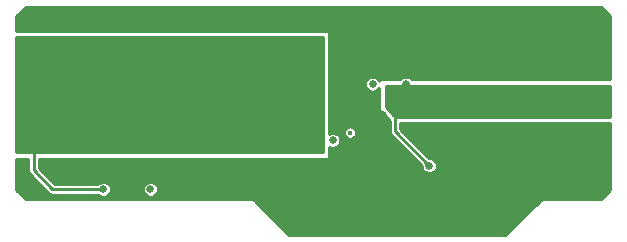
<source format=gbr>
G04 #@! TF.GenerationSoftware,KiCad,Pcbnew,(5.1.5)-3*
G04 #@! TF.CreationDate,2020-02-28T15:02:10-07:00*
G04 #@! TF.ProjectId,Straightener01,53747261-6967-4687-9465-6e657230312e,rev?*
G04 #@! TF.SameCoordinates,Original*
G04 #@! TF.FileFunction,Copper,L3,Inr*
G04 #@! TF.FilePolarity,Positive*
%FSLAX46Y46*%
G04 Gerber Fmt 4.6, Leading zero omitted, Abs format (unit mm)*
G04 Created by KiCad (PCBNEW (5.1.5)-3) date 2020-02-28 15:02:10*
%MOMM*%
%LPD*%
G04 APERTURE LIST*
%ADD10C,0.635000*%
%ADD11C,0.406400*%
%ADD12C,0.250000*%
%ADD13C,0.254000*%
G04 APERTURE END LIST*
D10*
X109700000Y-108800000D03*
X103000000Y-99800000D03*
X103800000Y-99800000D03*
X103000000Y-101800000D03*
X103800000Y-101800000D03*
X127900000Y-104900000D03*
X127900000Y-102887500D03*
X127900000Y-100875000D03*
X127900000Y-98862500D03*
X127900000Y-96850000D03*
X131533000Y-108694000D03*
X134173000Y-112077000D03*
X134173000Y-109537000D03*
X132803000Y-109537000D03*
X126164000Y-112077000D03*
X130136000Y-112077000D03*
X127434000Y-112077000D03*
X128704000Y-109537000D03*
X135516000Y-109537000D03*
X128704000Y-112077000D03*
X127434000Y-108140000D03*
X131533000Y-109537000D03*
X128704000Y-110807000D03*
X130136000Y-110807000D03*
X128704000Y-108140000D03*
X130136000Y-109537000D03*
X132803000Y-112077000D03*
X127434000Y-110807000D03*
X127434000Y-109537000D03*
X126164000Y-109537000D03*
X131533000Y-110807000D03*
X126164000Y-108140000D03*
X130136000Y-108567000D03*
X132803000Y-110807000D03*
X134173000Y-110807000D03*
X131533000Y-112077000D03*
X136859000Y-109410000D03*
X143082000Y-106997000D03*
X140478500Y-108330500D03*
X138129000Y-110807000D03*
X138129000Y-109537000D03*
X141812000Y-105600000D03*
X140542000Y-112077000D03*
X126164000Y-110807000D03*
X140542000Y-110807000D03*
X143082000Y-108267000D03*
X139272000Y-110807000D03*
X143082000Y-105600000D03*
X139208500Y-108330500D03*
X141875500Y-108203500D03*
X135643000Y-112077000D03*
X143082000Y-109410000D03*
X140542000Y-109537000D03*
X135643000Y-110807000D03*
X141812000Y-104457000D03*
X141939000Y-112077000D03*
X141875500Y-106933500D03*
X141939000Y-109410000D03*
X141939000Y-110807000D03*
X133438000Y-109075000D03*
X143082000Y-110807000D03*
X140478500Y-106933500D03*
X139208500Y-106933500D03*
X143082000Y-112077000D03*
X138129000Y-108394000D03*
X136173200Y-108089200D03*
X138129000Y-112077000D03*
X138357600Y-106565200D03*
X136859000Y-108394000D03*
X139272000Y-109537000D03*
X136986000Y-110807000D03*
X136986000Y-112077000D03*
X139272000Y-112077000D03*
X132400000Y-106200000D03*
X133500000Y-106200000D03*
X133500000Y-107400000D03*
X132600000Y-102540000D03*
X133400000Y-102530000D03*
X133400000Y-104800000D03*
X132602000Y-104800000D03*
X133400000Y-103999000D03*
X132602000Y-103999000D03*
X133400000Y-103199000D03*
X132600000Y-103200000D03*
X147200000Y-100800000D03*
X134400000Y-102400000D03*
X135100000Y-102400000D03*
X134200000Y-100730000D03*
X134200000Y-101400000D03*
X137300000Y-106800000D03*
X135340000Y-99900000D03*
D11*
X130606800Y-104000000D03*
D10*
X113700000Y-108800000D03*
X129140000Y-104650000D03*
X132500000Y-99900000D03*
D12*
X103800000Y-107200000D02*
X103800000Y-101800000D01*
X105400000Y-108800000D02*
X103800000Y-107200000D01*
X109700000Y-108800000D02*
X105400000Y-108800000D01*
D13*
X134400000Y-103900000D02*
X134400000Y-102400000D01*
X137300000Y-106800000D02*
X134400000Y-103900000D01*
G36*
X128273000Y-105673000D02*
G01*
X102352000Y-105673000D01*
X102352000Y-95927000D01*
X128273000Y-95927000D01*
X128273000Y-105673000D01*
G37*
X128273000Y-105673000D02*
X102352000Y-105673000D01*
X102352000Y-95927000D01*
X128273000Y-95927000D01*
X128273000Y-105673000D01*
G36*
X152648001Y-102673000D02*
G01*
X134452606Y-102673000D01*
X133904348Y-102124742D01*
X133900615Y-102119155D01*
X133810845Y-102029385D01*
X133805258Y-102025652D01*
X133627000Y-101847394D01*
X133627000Y-100027000D01*
X152648000Y-100027000D01*
X152648001Y-102673000D01*
G37*
X152648001Y-102673000D02*
X134452606Y-102673000D01*
X133904348Y-102124742D01*
X133900615Y-102119155D01*
X133810845Y-102029385D01*
X133805258Y-102025652D01*
X133627000Y-101847394D01*
X133627000Y-100027000D01*
X152648000Y-100027000D01*
X152648001Y-102673000D01*
G36*
X152648000Y-94145803D02*
G01*
X152648000Y-99473000D01*
X135824460Y-99473000D01*
X135750845Y-99399385D01*
X135645285Y-99328852D01*
X135527994Y-99280268D01*
X135403478Y-99255500D01*
X135276522Y-99255500D01*
X135152006Y-99280268D01*
X135034715Y-99328852D01*
X134929155Y-99399385D01*
X134855540Y-99473000D01*
X133200000Y-99473000D01*
X133175224Y-99475440D01*
X133151399Y-99482667D01*
X133129443Y-99494403D01*
X133110197Y-99510197D01*
X133094403Y-99529443D01*
X133082667Y-99551399D01*
X133075440Y-99575224D01*
X133073065Y-99599342D01*
X133071148Y-99594715D01*
X133000615Y-99489155D01*
X132910845Y-99399385D01*
X132805285Y-99328852D01*
X132687994Y-99280268D01*
X132563478Y-99255500D01*
X132436522Y-99255500D01*
X132312006Y-99280268D01*
X132194715Y-99328852D01*
X132089155Y-99399385D01*
X131999385Y-99489155D01*
X131928852Y-99594715D01*
X131880268Y-99712006D01*
X131855500Y-99836522D01*
X131855500Y-99963478D01*
X131880268Y-100087994D01*
X131928852Y-100205285D01*
X131999385Y-100310845D01*
X132089155Y-100400615D01*
X132194715Y-100471148D01*
X132312006Y-100519732D01*
X132436522Y-100544500D01*
X132563478Y-100544500D01*
X132687994Y-100519732D01*
X132805285Y-100471148D01*
X132910845Y-100400615D01*
X133000615Y-100310845D01*
X133071148Y-100205285D01*
X133073000Y-100200814D01*
X133073000Y-102100000D01*
X133075440Y-102124776D01*
X133082667Y-102148601D01*
X133094403Y-102170557D01*
X133110197Y-102189803D01*
X133946001Y-103025607D01*
X133946000Y-103877712D01*
X133943805Y-103900000D01*
X133946000Y-103922288D01*
X133946000Y-103922294D01*
X133952570Y-103988998D01*
X133978530Y-104074578D01*
X134020687Y-104153448D01*
X134077421Y-104222579D01*
X134094742Y-104236794D01*
X136655500Y-106797553D01*
X136655500Y-106863478D01*
X136680268Y-106987994D01*
X136728852Y-107105285D01*
X136799385Y-107210845D01*
X136889155Y-107300615D01*
X136994715Y-107371148D01*
X137112006Y-107419732D01*
X137236522Y-107444500D01*
X137363478Y-107444500D01*
X137487994Y-107419732D01*
X137605285Y-107371148D01*
X137710845Y-107300615D01*
X137800615Y-107210845D01*
X137871148Y-107105285D01*
X137919732Y-106987994D01*
X137944500Y-106863478D01*
X137944500Y-106736522D01*
X137919732Y-106612006D01*
X137871148Y-106494715D01*
X137800615Y-106389155D01*
X137710845Y-106299385D01*
X137605285Y-106228852D01*
X137487994Y-106180268D01*
X137363478Y-106155500D01*
X137297553Y-106155500D01*
X134854000Y-103711948D01*
X134854000Y-103227000D01*
X152648001Y-103227000D01*
X152648001Y-108854196D01*
X151854198Y-109648000D01*
X146917289Y-109648000D01*
X146900000Y-109646297D01*
X146882711Y-109648000D01*
X146882708Y-109648000D01*
X146830996Y-109653093D01*
X146780086Y-109668536D01*
X146764643Y-109673221D01*
X146703493Y-109705907D01*
X146663325Y-109738871D01*
X146663322Y-109738874D01*
X146649894Y-109749894D01*
X146638874Y-109763322D01*
X143754198Y-112648000D01*
X125445804Y-112648000D01*
X122561135Y-109763333D01*
X122550106Y-109749894D01*
X122496507Y-109705907D01*
X122435356Y-109673221D01*
X122369004Y-109653093D01*
X122317292Y-109648000D01*
X122317289Y-109648000D01*
X122300000Y-109646297D01*
X122282711Y-109648000D01*
X103145803Y-109648000D01*
X102352000Y-108854198D01*
X102352000Y-106227000D01*
X103348000Y-106227000D01*
X103348000Y-107177795D01*
X103345813Y-107200000D01*
X103351348Y-107256195D01*
X103354540Y-107288606D01*
X103380386Y-107373809D01*
X103422357Y-107452332D01*
X103478841Y-107521159D01*
X103496100Y-107535323D01*
X105064681Y-109103905D01*
X105078841Y-109121159D01*
X105147667Y-109177643D01*
X105226190Y-109219614D01*
X105311392Y-109245460D01*
X105400000Y-109254187D01*
X105422205Y-109252000D01*
X109240540Y-109252000D01*
X109289155Y-109300615D01*
X109394715Y-109371148D01*
X109512006Y-109419732D01*
X109636522Y-109444500D01*
X109763478Y-109444500D01*
X109887994Y-109419732D01*
X110005285Y-109371148D01*
X110110845Y-109300615D01*
X110200615Y-109210845D01*
X110271148Y-109105285D01*
X110319732Y-108987994D01*
X110344500Y-108863478D01*
X110344500Y-108736522D01*
X113055500Y-108736522D01*
X113055500Y-108863478D01*
X113080268Y-108987994D01*
X113128852Y-109105285D01*
X113199385Y-109210845D01*
X113289155Y-109300615D01*
X113394715Y-109371148D01*
X113512006Y-109419732D01*
X113636522Y-109444500D01*
X113763478Y-109444500D01*
X113887994Y-109419732D01*
X114005285Y-109371148D01*
X114110845Y-109300615D01*
X114200615Y-109210845D01*
X114271148Y-109105285D01*
X114319732Y-108987994D01*
X114344500Y-108863478D01*
X114344500Y-108736522D01*
X114319732Y-108612006D01*
X114271148Y-108494715D01*
X114200615Y-108389155D01*
X114110845Y-108299385D01*
X114005285Y-108228852D01*
X113887994Y-108180268D01*
X113763478Y-108155500D01*
X113636522Y-108155500D01*
X113512006Y-108180268D01*
X113394715Y-108228852D01*
X113289155Y-108299385D01*
X113199385Y-108389155D01*
X113128852Y-108494715D01*
X113080268Y-108612006D01*
X113055500Y-108736522D01*
X110344500Y-108736522D01*
X110319732Y-108612006D01*
X110271148Y-108494715D01*
X110200615Y-108389155D01*
X110110845Y-108299385D01*
X110005285Y-108228852D01*
X109887994Y-108180268D01*
X109763478Y-108155500D01*
X109636522Y-108155500D01*
X109512006Y-108180268D01*
X109394715Y-108228852D01*
X109289155Y-108299385D01*
X109240540Y-108348000D01*
X105587224Y-108348000D01*
X104252000Y-107012777D01*
X104252000Y-106227000D01*
X128700000Y-106227000D01*
X128724776Y-106224560D01*
X128748601Y-106217333D01*
X128770557Y-106205597D01*
X128789803Y-106189803D01*
X128805597Y-106170557D01*
X128817333Y-106148601D01*
X128824560Y-106124776D01*
X128827000Y-106100000D01*
X128827000Y-105215993D01*
X128834715Y-105221148D01*
X128952006Y-105269732D01*
X129076522Y-105294500D01*
X129203478Y-105294500D01*
X129327994Y-105269732D01*
X129445285Y-105221148D01*
X129550845Y-105150615D01*
X129640615Y-105060845D01*
X129711148Y-104955285D01*
X129759732Y-104837994D01*
X129784500Y-104713478D01*
X129784500Y-104586522D01*
X129759732Y-104462006D01*
X129711148Y-104344715D01*
X129640615Y-104239155D01*
X129550845Y-104149385D01*
X129445285Y-104078852D01*
X129327994Y-104030268D01*
X129203478Y-104005500D01*
X129076522Y-104005500D01*
X128952006Y-104030268D01*
X128834715Y-104078852D01*
X128827000Y-104084007D01*
X128827000Y-103947780D01*
X130076600Y-103947780D01*
X130076600Y-104052220D01*
X130096976Y-104154654D01*
X130136943Y-104251144D01*
X130194967Y-104337983D01*
X130268817Y-104411833D01*
X130355656Y-104469857D01*
X130452146Y-104509824D01*
X130554580Y-104530200D01*
X130659020Y-104530200D01*
X130761454Y-104509824D01*
X130857944Y-104469857D01*
X130944783Y-104411833D01*
X131018633Y-104337983D01*
X131076657Y-104251144D01*
X131116624Y-104154654D01*
X131137000Y-104052220D01*
X131137000Y-103947780D01*
X131116624Y-103845346D01*
X131076657Y-103748856D01*
X131018633Y-103662017D01*
X130944783Y-103588167D01*
X130857944Y-103530143D01*
X130761454Y-103490176D01*
X130659020Y-103469800D01*
X130554580Y-103469800D01*
X130452146Y-103490176D01*
X130355656Y-103530143D01*
X130268817Y-103588167D01*
X130194967Y-103662017D01*
X130136943Y-103748856D01*
X130096976Y-103845346D01*
X130076600Y-103947780D01*
X128827000Y-103947780D01*
X128827000Y-95500000D01*
X128824560Y-95475224D01*
X128817333Y-95451399D01*
X128805597Y-95429443D01*
X128789803Y-95410197D01*
X128770557Y-95394403D01*
X128748601Y-95382667D01*
X128724776Y-95375440D01*
X128700000Y-95373000D01*
X102352000Y-95373000D01*
X102352000Y-94145802D01*
X103145803Y-93352000D01*
X151854198Y-93352000D01*
X152648000Y-94145803D01*
G37*
X152648000Y-94145803D02*
X152648000Y-99473000D01*
X135824460Y-99473000D01*
X135750845Y-99399385D01*
X135645285Y-99328852D01*
X135527994Y-99280268D01*
X135403478Y-99255500D01*
X135276522Y-99255500D01*
X135152006Y-99280268D01*
X135034715Y-99328852D01*
X134929155Y-99399385D01*
X134855540Y-99473000D01*
X133200000Y-99473000D01*
X133175224Y-99475440D01*
X133151399Y-99482667D01*
X133129443Y-99494403D01*
X133110197Y-99510197D01*
X133094403Y-99529443D01*
X133082667Y-99551399D01*
X133075440Y-99575224D01*
X133073065Y-99599342D01*
X133071148Y-99594715D01*
X133000615Y-99489155D01*
X132910845Y-99399385D01*
X132805285Y-99328852D01*
X132687994Y-99280268D01*
X132563478Y-99255500D01*
X132436522Y-99255500D01*
X132312006Y-99280268D01*
X132194715Y-99328852D01*
X132089155Y-99399385D01*
X131999385Y-99489155D01*
X131928852Y-99594715D01*
X131880268Y-99712006D01*
X131855500Y-99836522D01*
X131855500Y-99963478D01*
X131880268Y-100087994D01*
X131928852Y-100205285D01*
X131999385Y-100310845D01*
X132089155Y-100400615D01*
X132194715Y-100471148D01*
X132312006Y-100519732D01*
X132436522Y-100544500D01*
X132563478Y-100544500D01*
X132687994Y-100519732D01*
X132805285Y-100471148D01*
X132910845Y-100400615D01*
X133000615Y-100310845D01*
X133071148Y-100205285D01*
X133073000Y-100200814D01*
X133073000Y-102100000D01*
X133075440Y-102124776D01*
X133082667Y-102148601D01*
X133094403Y-102170557D01*
X133110197Y-102189803D01*
X133946001Y-103025607D01*
X133946000Y-103877712D01*
X133943805Y-103900000D01*
X133946000Y-103922288D01*
X133946000Y-103922294D01*
X133952570Y-103988998D01*
X133978530Y-104074578D01*
X134020687Y-104153448D01*
X134077421Y-104222579D01*
X134094742Y-104236794D01*
X136655500Y-106797553D01*
X136655500Y-106863478D01*
X136680268Y-106987994D01*
X136728852Y-107105285D01*
X136799385Y-107210845D01*
X136889155Y-107300615D01*
X136994715Y-107371148D01*
X137112006Y-107419732D01*
X137236522Y-107444500D01*
X137363478Y-107444500D01*
X137487994Y-107419732D01*
X137605285Y-107371148D01*
X137710845Y-107300615D01*
X137800615Y-107210845D01*
X137871148Y-107105285D01*
X137919732Y-106987994D01*
X137944500Y-106863478D01*
X137944500Y-106736522D01*
X137919732Y-106612006D01*
X137871148Y-106494715D01*
X137800615Y-106389155D01*
X137710845Y-106299385D01*
X137605285Y-106228852D01*
X137487994Y-106180268D01*
X137363478Y-106155500D01*
X137297553Y-106155500D01*
X134854000Y-103711948D01*
X134854000Y-103227000D01*
X152648001Y-103227000D01*
X152648001Y-108854196D01*
X151854198Y-109648000D01*
X146917289Y-109648000D01*
X146900000Y-109646297D01*
X146882711Y-109648000D01*
X146882708Y-109648000D01*
X146830996Y-109653093D01*
X146780086Y-109668536D01*
X146764643Y-109673221D01*
X146703493Y-109705907D01*
X146663325Y-109738871D01*
X146663322Y-109738874D01*
X146649894Y-109749894D01*
X146638874Y-109763322D01*
X143754198Y-112648000D01*
X125445804Y-112648000D01*
X122561135Y-109763333D01*
X122550106Y-109749894D01*
X122496507Y-109705907D01*
X122435356Y-109673221D01*
X122369004Y-109653093D01*
X122317292Y-109648000D01*
X122317289Y-109648000D01*
X122300000Y-109646297D01*
X122282711Y-109648000D01*
X103145803Y-109648000D01*
X102352000Y-108854198D01*
X102352000Y-106227000D01*
X103348000Y-106227000D01*
X103348000Y-107177795D01*
X103345813Y-107200000D01*
X103351348Y-107256195D01*
X103354540Y-107288606D01*
X103380386Y-107373809D01*
X103422357Y-107452332D01*
X103478841Y-107521159D01*
X103496100Y-107535323D01*
X105064681Y-109103905D01*
X105078841Y-109121159D01*
X105147667Y-109177643D01*
X105226190Y-109219614D01*
X105311392Y-109245460D01*
X105400000Y-109254187D01*
X105422205Y-109252000D01*
X109240540Y-109252000D01*
X109289155Y-109300615D01*
X109394715Y-109371148D01*
X109512006Y-109419732D01*
X109636522Y-109444500D01*
X109763478Y-109444500D01*
X109887994Y-109419732D01*
X110005285Y-109371148D01*
X110110845Y-109300615D01*
X110200615Y-109210845D01*
X110271148Y-109105285D01*
X110319732Y-108987994D01*
X110344500Y-108863478D01*
X110344500Y-108736522D01*
X113055500Y-108736522D01*
X113055500Y-108863478D01*
X113080268Y-108987994D01*
X113128852Y-109105285D01*
X113199385Y-109210845D01*
X113289155Y-109300615D01*
X113394715Y-109371148D01*
X113512006Y-109419732D01*
X113636522Y-109444500D01*
X113763478Y-109444500D01*
X113887994Y-109419732D01*
X114005285Y-109371148D01*
X114110845Y-109300615D01*
X114200615Y-109210845D01*
X114271148Y-109105285D01*
X114319732Y-108987994D01*
X114344500Y-108863478D01*
X114344500Y-108736522D01*
X114319732Y-108612006D01*
X114271148Y-108494715D01*
X114200615Y-108389155D01*
X114110845Y-108299385D01*
X114005285Y-108228852D01*
X113887994Y-108180268D01*
X113763478Y-108155500D01*
X113636522Y-108155500D01*
X113512006Y-108180268D01*
X113394715Y-108228852D01*
X113289155Y-108299385D01*
X113199385Y-108389155D01*
X113128852Y-108494715D01*
X113080268Y-108612006D01*
X113055500Y-108736522D01*
X110344500Y-108736522D01*
X110319732Y-108612006D01*
X110271148Y-108494715D01*
X110200615Y-108389155D01*
X110110845Y-108299385D01*
X110005285Y-108228852D01*
X109887994Y-108180268D01*
X109763478Y-108155500D01*
X109636522Y-108155500D01*
X109512006Y-108180268D01*
X109394715Y-108228852D01*
X109289155Y-108299385D01*
X109240540Y-108348000D01*
X105587224Y-108348000D01*
X104252000Y-107012777D01*
X104252000Y-106227000D01*
X128700000Y-106227000D01*
X128724776Y-106224560D01*
X128748601Y-106217333D01*
X128770557Y-106205597D01*
X128789803Y-106189803D01*
X128805597Y-106170557D01*
X128817333Y-106148601D01*
X128824560Y-106124776D01*
X128827000Y-106100000D01*
X128827000Y-105215993D01*
X128834715Y-105221148D01*
X128952006Y-105269732D01*
X129076522Y-105294500D01*
X129203478Y-105294500D01*
X129327994Y-105269732D01*
X129445285Y-105221148D01*
X129550845Y-105150615D01*
X129640615Y-105060845D01*
X129711148Y-104955285D01*
X129759732Y-104837994D01*
X129784500Y-104713478D01*
X129784500Y-104586522D01*
X129759732Y-104462006D01*
X129711148Y-104344715D01*
X129640615Y-104239155D01*
X129550845Y-104149385D01*
X129445285Y-104078852D01*
X129327994Y-104030268D01*
X129203478Y-104005500D01*
X129076522Y-104005500D01*
X128952006Y-104030268D01*
X128834715Y-104078852D01*
X128827000Y-104084007D01*
X128827000Y-103947780D01*
X130076600Y-103947780D01*
X130076600Y-104052220D01*
X130096976Y-104154654D01*
X130136943Y-104251144D01*
X130194967Y-104337983D01*
X130268817Y-104411833D01*
X130355656Y-104469857D01*
X130452146Y-104509824D01*
X130554580Y-104530200D01*
X130659020Y-104530200D01*
X130761454Y-104509824D01*
X130857944Y-104469857D01*
X130944783Y-104411833D01*
X131018633Y-104337983D01*
X131076657Y-104251144D01*
X131116624Y-104154654D01*
X131137000Y-104052220D01*
X131137000Y-103947780D01*
X131116624Y-103845346D01*
X131076657Y-103748856D01*
X131018633Y-103662017D01*
X130944783Y-103588167D01*
X130857944Y-103530143D01*
X130761454Y-103490176D01*
X130659020Y-103469800D01*
X130554580Y-103469800D01*
X130452146Y-103490176D01*
X130355656Y-103530143D01*
X130268817Y-103588167D01*
X130194967Y-103662017D01*
X130136943Y-103748856D01*
X130096976Y-103845346D01*
X130076600Y-103947780D01*
X128827000Y-103947780D01*
X128827000Y-95500000D01*
X128824560Y-95475224D01*
X128817333Y-95451399D01*
X128805597Y-95429443D01*
X128789803Y-95410197D01*
X128770557Y-95394403D01*
X128748601Y-95382667D01*
X128724776Y-95375440D01*
X128700000Y-95373000D01*
X102352000Y-95373000D01*
X102352000Y-94145802D01*
X103145803Y-93352000D01*
X151854198Y-93352000D01*
X152648000Y-94145803D01*
M02*

</source>
